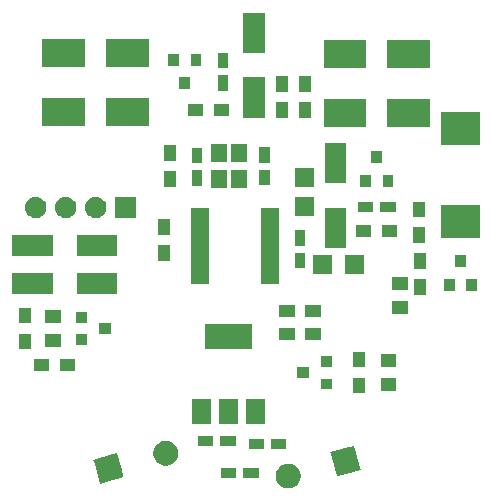
<source format=gbr>
G04 #@! TF.GenerationSoftware,KiCad,Pcbnew,(5.0.1)*
G04 #@! TF.CreationDate,2019-02-02T12:52:51+09:00*
G04 #@! TF.ProjectId,center,63656E7465722E6B696361645F706362,rev?*
G04 #@! TF.SameCoordinates,Original*
G04 #@! TF.FileFunction,Soldermask,Top*
G04 #@! TF.FilePolarity,Negative*
%FSLAX46Y46*%
G04 Gerber Fmt 4.6, Leading zero omitted, Abs format (unit mm)*
G04 Created by KiCad (PCBNEW (5.0.1)) date Sat Feb  2 12:52:51 2019*
%MOMM*%
%LPD*%
G01*
G04 APERTURE LIST*
%ADD10C,0.100000*%
G04 APERTURE END LIST*
D10*
G36*
X104826936Y-118483484D02*
X105018205Y-118562710D01*
X105190347Y-118677732D01*
X105336734Y-118824119D01*
X105451756Y-118996261D01*
X105530982Y-119187530D01*
X105571371Y-119390579D01*
X105571371Y-119597611D01*
X105530982Y-119800660D01*
X105451756Y-119991929D01*
X105336734Y-120164071D01*
X105190347Y-120310458D01*
X105018205Y-120425480D01*
X104826936Y-120504706D01*
X104623887Y-120545095D01*
X104416855Y-120545095D01*
X104213806Y-120504706D01*
X104022537Y-120425480D01*
X103850395Y-120310458D01*
X103704008Y-120164071D01*
X103588986Y-119991929D01*
X103509760Y-119800660D01*
X103469371Y-119597611D01*
X103469371Y-119390579D01*
X103509760Y-119187530D01*
X103588986Y-118996261D01*
X103704008Y-118824119D01*
X103850395Y-118677732D01*
X104022537Y-118562710D01*
X104213806Y-118483484D01*
X104416855Y-118443095D01*
X104623887Y-118443095D01*
X104826936Y-118483484D01*
X104826936Y-118483484D01*
G37*
G36*
X90413040Y-118943169D02*
X90558815Y-119487207D01*
X90587207Y-119593170D01*
X89099012Y-119991930D01*
X88556831Y-120137207D01*
X88556830Y-120137207D01*
X88114737Y-118487290D01*
X88012793Y-118106831D01*
X88012793Y-118106830D01*
X89682556Y-117659419D01*
X90043169Y-117562793D01*
X90043170Y-117562793D01*
X90413040Y-118943169D01*
X90413040Y-118943169D01*
G37*
G36*
X100101000Y-119626000D02*
X98799000Y-119626000D01*
X98799000Y-118774000D01*
X100101000Y-118774000D01*
X100101000Y-119626000D01*
X100101000Y-119626000D01*
G37*
G36*
X102001000Y-119626000D02*
X100699000Y-119626000D01*
X100699000Y-118774000D01*
X102001000Y-118774000D01*
X102001000Y-119626000D01*
X102001000Y-119626000D01*
G37*
G36*
X110514035Y-118483484D02*
X110605308Y-118824119D01*
X110637207Y-118943170D01*
X109035899Y-119372238D01*
X108606831Y-119487207D01*
X108606830Y-119487207D01*
X108117076Y-117659419D01*
X108062793Y-117456831D01*
X108062793Y-117456830D01*
X109664101Y-117027762D01*
X110093169Y-116912793D01*
X110093170Y-116912793D01*
X110514035Y-118483484D01*
X110514035Y-118483484D01*
G37*
G36*
X94436194Y-116545294D02*
X94627463Y-116624520D01*
X94799605Y-116739542D01*
X94945992Y-116885929D01*
X95061014Y-117058071D01*
X95140240Y-117249340D01*
X95180629Y-117452389D01*
X95180629Y-117659421D01*
X95140240Y-117862470D01*
X95061014Y-118053739D01*
X94945992Y-118225881D01*
X94799605Y-118372268D01*
X94627463Y-118487290D01*
X94436194Y-118566516D01*
X94233145Y-118606905D01*
X94026113Y-118606905D01*
X93823064Y-118566516D01*
X93631795Y-118487290D01*
X93459653Y-118372268D01*
X93313266Y-118225881D01*
X93198244Y-118053739D01*
X93119018Y-117862470D01*
X93078629Y-117659421D01*
X93078629Y-117452389D01*
X93119018Y-117249340D01*
X93198244Y-117058071D01*
X93313266Y-116885929D01*
X93459653Y-116739542D01*
X93631795Y-116624520D01*
X93823064Y-116545294D01*
X94026113Y-116504905D01*
X94233145Y-116504905D01*
X94436194Y-116545294D01*
X94436194Y-116545294D01*
G37*
G36*
X104351000Y-117176000D02*
X103049000Y-117176000D01*
X103049000Y-116324000D01*
X104351000Y-116324000D01*
X104351000Y-117176000D01*
X104351000Y-117176000D01*
G37*
G36*
X102451000Y-117176000D02*
X101149000Y-117176000D01*
X101149000Y-116324000D01*
X102451000Y-116324000D01*
X102451000Y-117176000D01*
X102451000Y-117176000D01*
G37*
G36*
X98151000Y-116926000D02*
X96849000Y-116926000D01*
X96849000Y-116074000D01*
X98151000Y-116074000D01*
X98151000Y-116926000D01*
X98151000Y-116926000D01*
G37*
G36*
X100051000Y-116926000D02*
X98749000Y-116926000D01*
X98749000Y-116074000D01*
X100051000Y-116074000D01*
X100051000Y-116926000D01*
X100051000Y-116926000D01*
G37*
G36*
X102551000Y-115051000D02*
X100949000Y-115051000D01*
X100949000Y-112949000D01*
X102551000Y-112949000D01*
X102551000Y-115051000D01*
X102551000Y-115051000D01*
G37*
G36*
X97951000Y-115051000D02*
X96349000Y-115051000D01*
X96349000Y-112949000D01*
X97951000Y-112949000D01*
X97951000Y-115051000D01*
X97951000Y-115051000D01*
G37*
G36*
X100251000Y-115051000D02*
X98649000Y-115051000D01*
X98649000Y-112949000D01*
X100251000Y-112949000D01*
X100251000Y-115051000D01*
X100251000Y-115051000D01*
G37*
G36*
X111001000Y-112501000D02*
X109999000Y-112501000D01*
X109999000Y-111199000D01*
X111001000Y-111199000D01*
X111001000Y-112501000D01*
X111001000Y-112501000D01*
G37*
G36*
X113676000Y-112301000D02*
X112324000Y-112301000D01*
X112324000Y-111199000D01*
X113676000Y-111199000D01*
X113676000Y-112301000D01*
X113676000Y-112301000D01*
G37*
G36*
X108251000Y-112151000D02*
X107249000Y-112151000D01*
X107249000Y-111249000D01*
X108251000Y-111249000D01*
X108251000Y-112151000D01*
X108251000Y-112151000D01*
G37*
G36*
X106251000Y-111201000D02*
X105249000Y-111201000D01*
X105249000Y-110299000D01*
X106251000Y-110299000D01*
X106251000Y-111201000D01*
X106251000Y-111201000D01*
G37*
G36*
X84251000Y-110601000D02*
X82949000Y-110601000D01*
X82949000Y-109599000D01*
X84251000Y-109599000D01*
X84251000Y-110601000D01*
X84251000Y-110601000D01*
G37*
G36*
X86451000Y-110601000D02*
X85149000Y-110601000D01*
X85149000Y-109599000D01*
X86451000Y-109599000D01*
X86451000Y-110601000D01*
X86451000Y-110601000D01*
G37*
G36*
X111001000Y-110301000D02*
X109999000Y-110301000D01*
X109999000Y-108999000D01*
X111001000Y-108999000D01*
X111001000Y-110301000D01*
X111001000Y-110301000D01*
G37*
G36*
X113676000Y-110301000D02*
X112324000Y-110301000D01*
X112324000Y-109199000D01*
X113676000Y-109199000D01*
X113676000Y-110301000D01*
X113676000Y-110301000D01*
G37*
G36*
X108251000Y-110251000D02*
X107249000Y-110251000D01*
X107249000Y-109349000D01*
X108251000Y-109349000D01*
X108251000Y-110251000D01*
X108251000Y-110251000D01*
G37*
G36*
X101401000Y-108751000D02*
X97499000Y-108751000D01*
X97499000Y-106649000D01*
X101401000Y-106649000D01*
X101401000Y-108751000D01*
X101401000Y-108751000D01*
G37*
G36*
X82701000Y-108751000D02*
X81699000Y-108751000D01*
X81699000Y-107449000D01*
X82701000Y-107449000D01*
X82701000Y-108751000D01*
X82701000Y-108751000D01*
G37*
G36*
X85276000Y-108551000D02*
X83924000Y-108551000D01*
X83924000Y-107449000D01*
X85276000Y-107449000D01*
X85276000Y-108551000D01*
X85276000Y-108551000D01*
G37*
G36*
X87501000Y-108401000D02*
X86499000Y-108401000D01*
X86499000Y-107499000D01*
X87501000Y-107499000D01*
X87501000Y-108401000D01*
X87501000Y-108401000D01*
G37*
G36*
X105051000Y-108001000D02*
X103749000Y-108001000D01*
X103749000Y-106999000D01*
X105051000Y-106999000D01*
X105051000Y-108001000D01*
X105051000Y-108001000D01*
G37*
G36*
X107251000Y-108001000D02*
X105949000Y-108001000D01*
X105949000Y-106999000D01*
X107251000Y-106999000D01*
X107251000Y-108001000D01*
X107251000Y-108001000D01*
G37*
G36*
X89501000Y-107451000D02*
X88499000Y-107451000D01*
X88499000Y-106549000D01*
X89501000Y-106549000D01*
X89501000Y-107451000D01*
X89501000Y-107451000D01*
G37*
G36*
X85276000Y-106551000D02*
X83924000Y-106551000D01*
X83924000Y-105449000D01*
X85276000Y-105449000D01*
X85276000Y-106551000D01*
X85276000Y-106551000D01*
G37*
G36*
X82701000Y-106551000D02*
X81699000Y-106551000D01*
X81699000Y-105249000D01*
X82701000Y-105249000D01*
X82701000Y-106551000D01*
X82701000Y-106551000D01*
G37*
G36*
X87501000Y-106501000D02*
X86499000Y-106501000D01*
X86499000Y-105599000D01*
X87501000Y-105599000D01*
X87501000Y-106501000D01*
X87501000Y-106501000D01*
G37*
G36*
X105051000Y-106001000D02*
X103749000Y-106001000D01*
X103749000Y-104999000D01*
X105051000Y-104999000D01*
X105051000Y-106001000D01*
X105051000Y-106001000D01*
G37*
G36*
X107251000Y-106001000D02*
X105949000Y-106001000D01*
X105949000Y-104999000D01*
X107251000Y-104999000D01*
X107251000Y-106001000D01*
X107251000Y-106001000D01*
G37*
G36*
X114676000Y-105751000D02*
X113324000Y-105751000D01*
X113324000Y-104649000D01*
X114676000Y-104649000D01*
X114676000Y-105751000D01*
X114676000Y-105751000D01*
G37*
G36*
X116201000Y-104151000D02*
X115199000Y-104151000D01*
X115199000Y-102849000D01*
X116201000Y-102849000D01*
X116201000Y-104151000D01*
X116201000Y-104151000D01*
G37*
G36*
X90051000Y-104101000D02*
X86649000Y-104101000D01*
X86649000Y-102299000D01*
X90051000Y-102299000D01*
X90051000Y-104101000D01*
X90051000Y-104101000D01*
G37*
G36*
X84551000Y-104101000D02*
X81149000Y-104101000D01*
X81149000Y-102299000D01*
X84551000Y-102299000D01*
X84551000Y-104101000D01*
X84551000Y-104101000D01*
G37*
G36*
X118601000Y-103801000D02*
X117699000Y-103801000D01*
X117699000Y-102799000D01*
X118601000Y-102799000D01*
X118601000Y-103801000D01*
X118601000Y-103801000D01*
G37*
G36*
X120501000Y-103801000D02*
X119599000Y-103801000D01*
X119599000Y-102799000D01*
X120501000Y-102799000D01*
X120501000Y-103801000D01*
X120501000Y-103801000D01*
G37*
G36*
X114676000Y-103751000D02*
X113324000Y-103751000D01*
X113324000Y-102649000D01*
X114676000Y-102649000D01*
X114676000Y-103751000D01*
X114676000Y-103751000D01*
G37*
G36*
X97826000Y-103201000D02*
X96274000Y-103201000D01*
X96274000Y-96799000D01*
X97826000Y-96799000D01*
X97826000Y-103201000D01*
X97826000Y-103201000D01*
G37*
G36*
X103726000Y-103201000D02*
X102174000Y-103201000D01*
X102174000Y-96799000D01*
X103726000Y-96799000D01*
X103726000Y-103201000D01*
X103726000Y-103201000D01*
G37*
G36*
X108201000Y-102401000D02*
X106599000Y-102401000D01*
X106599000Y-100799000D01*
X108201000Y-100799000D01*
X108201000Y-102401000D01*
X108201000Y-102401000D01*
G37*
G36*
X110901000Y-102401000D02*
X109299000Y-102401000D01*
X109299000Y-100799000D01*
X110901000Y-100799000D01*
X110901000Y-102401000D01*
X110901000Y-102401000D01*
G37*
G36*
X116201000Y-101951000D02*
X115199000Y-101951000D01*
X115199000Y-100649000D01*
X116201000Y-100649000D01*
X116201000Y-101951000D01*
X116201000Y-101951000D01*
G37*
G36*
X105926000Y-101901000D02*
X105074000Y-101901000D01*
X105074000Y-100599000D01*
X105926000Y-100599000D01*
X105926000Y-101901000D01*
X105926000Y-101901000D01*
G37*
G36*
X119551000Y-101801000D02*
X118649000Y-101801000D01*
X118649000Y-100799000D01*
X119551000Y-100799000D01*
X119551000Y-101801000D01*
X119551000Y-101801000D01*
G37*
G36*
X94501000Y-101251000D02*
X93499000Y-101251000D01*
X93499000Y-99949000D01*
X94501000Y-99949000D01*
X94501000Y-101251000D01*
X94501000Y-101251000D01*
G37*
G36*
X90051000Y-100901000D02*
X86649000Y-100901000D01*
X86649000Y-99099000D01*
X90051000Y-99099000D01*
X90051000Y-100901000D01*
X90051000Y-100901000D01*
G37*
G36*
X84551000Y-100901000D02*
X81149000Y-100901000D01*
X81149000Y-99099000D01*
X84551000Y-99099000D01*
X84551000Y-100901000D01*
X84551000Y-100901000D01*
G37*
G36*
X109401000Y-100201000D02*
X107599000Y-100201000D01*
X107599000Y-96799000D01*
X109401000Y-96799000D01*
X109401000Y-100201000D01*
X109401000Y-100201000D01*
G37*
G36*
X105926000Y-100001000D02*
X105074000Y-100001000D01*
X105074000Y-98699000D01*
X105926000Y-98699000D01*
X105926000Y-100001000D01*
X105926000Y-100001000D01*
G37*
G36*
X116101000Y-99751000D02*
X115099000Y-99751000D01*
X115099000Y-98449000D01*
X116101000Y-98449000D01*
X116101000Y-99751000D01*
X116101000Y-99751000D01*
G37*
G36*
X120751000Y-99351000D02*
X117449000Y-99351000D01*
X117449000Y-96549000D01*
X120751000Y-96549000D01*
X120751000Y-99351000D01*
X120751000Y-99351000D01*
G37*
G36*
X113751000Y-99251000D02*
X112449000Y-99251000D01*
X112449000Y-98249000D01*
X113751000Y-98249000D01*
X113751000Y-99251000D01*
X113751000Y-99251000D01*
G37*
G36*
X111551000Y-99251000D02*
X110249000Y-99251000D01*
X110249000Y-98249000D01*
X111551000Y-98249000D01*
X111551000Y-99251000D01*
X111551000Y-99251000D01*
G37*
G36*
X94501000Y-99051000D02*
X93499000Y-99051000D01*
X93499000Y-97749000D01*
X94501000Y-97749000D01*
X94501000Y-99051000D01*
X94501000Y-99051000D01*
G37*
G36*
X91651000Y-97651000D02*
X89849000Y-97651000D01*
X89849000Y-95849000D01*
X91651000Y-95849000D01*
X91651000Y-97651000D01*
X91651000Y-97651000D01*
G37*
G36*
X88320443Y-95855519D02*
X88386627Y-95862037D01*
X88499853Y-95896384D01*
X88556467Y-95913557D01*
X88695087Y-95987652D01*
X88712991Y-95997222D01*
X88748729Y-96026552D01*
X88850186Y-96109814D01*
X88933448Y-96211271D01*
X88962778Y-96247009D01*
X88962779Y-96247011D01*
X89046443Y-96403533D01*
X89046443Y-96403534D01*
X89097963Y-96573373D01*
X89115359Y-96750000D01*
X89097963Y-96926627D01*
X89063616Y-97039853D01*
X89046443Y-97096467D01*
X89003931Y-97176000D01*
X88962778Y-97252991D01*
X88933448Y-97288729D01*
X88850186Y-97390186D01*
X88748729Y-97473448D01*
X88712991Y-97502778D01*
X88712989Y-97502779D01*
X88556467Y-97586443D01*
X88499853Y-97603616D01*
X88386627Y-97637963D01*
X88320442Y-97644482D01*
X88254260Y-97651000D01*
X88165740Y-97651000D01*
X88099558Y-97644482D01*
X88033373Y-97637963D01*
X87920147Y-97603616D01*
X87863533Y-97586443D01*
X87707011Y-97502779D01*
X87707009Y-97502778D01*
X87671271Y-97473448D01*
X87569814Y-97390186D01*
X87486552Y-97288729D01*
X87457222Y-97252991D01*
X87416069Y-97176000D01*
X87373557Y-97096467D01*
X87356384Y-97039853D01*
X87322037Y-96926627D01*
X87304641Y-96750000D01*
X87322037Y-96573373D01*
X87373557Y-96403534D01*
X87373557Y-96403533D01*
X87457221Y-96247011D01*
X87457222Y-96247009D01*
X87486552Y-96211271D01*
X87569814Y-96109814D01*
X87671271Y-96026552D01*
X87707009Y-95997222D01*
X87724913Y-95987652D01*
X87863533Y-95913557D01*
X87920147Y-95896384D01*
X88033373Y-95862037D01*
X88099557Y-95855519D01*
X88165740Y-95849000D01*
X88254260Y-95849000D01*
X88320443Y-95855519D01*
X88320443Y-95855519D01*
G37*
G36*
X85780444Y-95855519D02*
X85846628Y-95862037D01*
X85959854Y-95896384D01*
X86016468Y-95913557D01*
X86155088Y-95987652D01*
X86172992Y-95997222D01*
X86208730Y-96026552D01*
X86310187Y-96109814D01*
X86393449Y-96211271D01*
X86422779Y-96247009D01*
X86422780Y-96247011D01*
X86506444Y-96403533D01*
X86506444Y-96403534D01*
X86557964Y-96573373D01*
X86575360Y-96750000D01*
X86557964Y-96926627D01*
X86523617Y-97039853D01*
X86506444Y-97096467D01*
X86463932Y-97176000D01*
X86422779Y-97252991D01*
X86393449Y-97288729D01*
X86310187Y-97390186D01*
X86208730Y-97473448D01*
X86172992Y-97502778D01*
X86172990Y-97502779D01*
X86016468Y-97586443D01*
X85959854Y-97603616D01*
X85846628Y-97637963D01*
X85780443Y-97644482D01*
X85714261Y-97651000D01*
X85625741Y-97651000D01*
X85559559Y-97644482D01*
X85493374Y-97637963D01*
X85380148Y-97603616D01*
X85323534Y-97586443D01*
X85167012Y-97502779D01*
X85167010Y-97502778D01*
X85131272Y-97473448D01*
X85029815Y-97390186D01*
X84946553Y-97288729D01*
X84917223Y-97252991D01*
X84876070Y-97176000D01*
X84833558Y-97096467D01*
X84816385Y-97039853D01*
X84782038Y-96926627D01*
X84764642Y-96750000D01*
X84782038Y-96573373D01*
X84833558Y-96403534D01*
X84833558Y-96403533D01*
X84917222Y-96247011D01*
X84917223Y-96247009D01*
X84946553Y-96211271D01*
X85029815Y-96109814D01*
X85131272Y-96026552D01*
X85167010Y-95997222D01*
X85184914Y-95987652D01*
X85323534Y-95913557D01*
X85380148Y-95896384D01*
X85493374Y-95862037D01*
X85559558Y-95855519D01*
X85625741Y-95849000D01*
X85714261Y-95849000D01*
X85780444Y-95855519D01*
X85780444Y-95855519D01*
G37*
G36*
X83240443Y-95855519D02*
X83306627Y-95862037D01*
X83419853Y-95896384D01*
X83476467Y-95913557D01*
X83615087Y-95987652D01*
X83632991Y-95997222D01*
X83668729Y-96026552D01*
X83770186Y-96109814D01*
X83853448Y-96211271D01*
X83882778Y-96247009D01*
X83882779Y-96247011D01*
X83966443Y-96403533D01*
X83966443Y-96403534D01*
X84017963Y-96573373D01*
X84035359Y-96750000D01*
X84017963Y-96926627D01*
X83983616Y-97039853D01*
X83966443Y-97096467D01*
X83923931Y-97176000D01*
X83882778Y-97252991D01*
X83853448Y-97288729D01*
X83770186Y-97390186D01*
X83668729Y-97473448D01*
X83632991Y-97502778D01*
X83632989Y-97502779D01*
X83476467Y-97586443D01*
X83419853Y-97603616D01*
X83306627Y-97637963D01*
X83240442Y-97644482D01*
X83174260Y-97651000D01*
X83085740Y-97651000D01*
X83019558Y-97644482D01*
X82953373Y-97637963D01*
X82840147Y-97603616D01*
X82783533Y-97586443D01*
X82627011Y-97502779D01*
X82627009Y-97502778D01*
X82591271Y-97473448D01*
X82489814Y-97390186D01*
X82406552Y-97288729D01*
X82377222Y-97252991D01*
X82336069Y-97176000D01*
X82293557Y-97096467D01*
X82276384Y-97039853D01*
X82242037Y-96926627D01*
X82224641Y-96750000D01*
X82242037Y-96573373D01*
X82293557Y-96403534D01*
X82293557Y-96403533D01*
X82377221Y-96247011D01*
X82377222Y-96247009D01*
X82406552Y-96211271D01*
X82489814Y-96109814D01*
X82591271Y-96026552D01*
X82627009Y-95997222D01*
X82644913Y-95987652D01*
X82783533Y-95913557D01*
X82840147Y-95896384D01*
X82953373Y-95862037D01*
X83019557Y-95855519D01*
X83085740Y-95849000D01*
X83174260Y-95849000D01*
X83240443Y-95855519D01*
X83240443Y-95855519D01*
G37*
G36*
X116101000Y-97551000D02*
X115099000Y-97551000D01*
X115099000Y-96249000D01*
X116101000Y-96249000D01*
X116101000Y-97551000D01*
X116101000Y-97551000D01*
G37*
G36*
X106701000Y-97501000D02*
X105099000Y-97501000D01*
X105099000Y-95899000D01*
X106701000Y-95899000D01*
X106701000Y-97501000D01*
X106701000Y-97501000D01*
G37*
G36*
X113601000Y-97176000D02*
X112299000Y-97176000D01*
X112299000Y-96324000D01*
X113601000Y-96324000D01*
X113601000Y-97176000D01*
X113601000Y-97176000D01*
G37*
G36*
X111701000Y-97176000D02*
X110399000Y-97176000D01*
X110399000Y-96324000D01*
X111701000Y-96324000D01*
X111701000Y-97176000D01*
X111701000Y-97176000D01*
G37*
G36*
X99301000Y-95101000D02*
X97999000Y-95101000D01*
X97999000Y-93599000D01*
X99301000Y-93599000D01*
X99301000Y-95101000D01*
X99301000Y-95101000D01*
G37*
G36*
X101001000Y-95101000D02*
X99699000Y-95101000D01*
X99699000Y-93599000D01*
X101001000Y-93599000D01*
X101001000Y-95101000D01*
X101001000Y-95101000D01*
G37*
G36*
X95001000Y-95001000D02*
X93999000Y-95001000D01*
X93999000Y-93699000D01*
X95001000Y-93699000D01*
X95001000Y-95001000D01*
X95001000Y-95001000D01*
G37*
G36*
X106701000Y-95001000D02*
X105099000Y-95001000D01*
X105099000Y-93399000D01*
X106701000Y-93399000D01*
X106701000Y-95001000D01*
X106701000Y-95001000D01*
G37*
G36*
X111501000Y-95001000D02*
X110599000Y-95001000D01*
X110599000Y-93999000D01*
X111501000Y-93999000D01*
X111501000Y-95001000D01*
X111501000Y-95001000D01*
G37*
G36*
X113401000Y-95001000D02*
X112499000Y-95001000D01*
X112499000Y-93999000D01*
X113401000Y-93999000D01*
X113401000Y-95001000D01*
X113401000Y-95001000D01*
G37*
G36*
X97176000Y-94901000D02*
X96324000Y-94901000D01*
X96324000Y-93599000D01*
X97176000Y-93599000D01*
X97176000Y-94901000D01*
X97176000Y-94901000D01*
G37*
G36*
X102926000Y-94851000D02*
X102074000Y-94851000D01*
X102074000Y-93549000D01*
X102926000Y-93549000D01*
X102926000Y-94851000D01*
X102926000Y-94851000D01*
G37*
G36*
X109401000Y-94701000D02*
X107599000Y-94701000D01*
X107599000Y-91299000D01*
X109401000Y-91299000D01*
X109401000Y-94701000D01*
X109401000Y-94701000D01*
G37*
G36*
X97176000Y-93001000D02*
X96324000Y-93001000D01*
X96324000Y-91699000D01*
X97176000Y-91699000D01*
X97176000Y-93001000D01*
X97176000Y-93001000D01*
G37*
G36*
X112451000Y-93001000D02*
X111549000Y-93001000D01*
X111549000Y-91999000D01*
X112451000Y-91999000D01*
X112451000Y-93001000D01*
X112451000Y-93001000D01*
G37*
G36*
X102926000Y-92951000D02*
X102074000Y-92951000D01*
X102074000Y-91649000D01*
X102926000Y-91649000D01*
X102926000Y-92951000D01*
X102926000Y-92951000D01*
G37*
G36*
X101001000Y-92901000D02*
X99699000Y-92901000D01*
X99699000Y-91399000D01*
X101001000Y-91399000D01*
X101001000Y-92901000D01*
X101001000Y-92901000D01*
G37*
G36*
X99301000Y-92901000D02*
X97999000Y-92901000D01*
X97999000Y-91399000D01*
X99301000Y-91399000D01*
X99301000Y-92901000D01*
X99301000Y-92901000D01*
G37*
G36*
X95001000Y-92801000D02*
X93999000Y-92801000D01*
X93999000Y-91499000D01*
X95001000Y-91499000D01*
X95001000Y-92801000D01*
X95001000Y-92801000D01*
G37*
G36*
X120751000Y-91451000D02*
X117449000Y-91451000D01*
X117449000Y-88649000D01*
X120751000Y-88649000D01*
X120751000Y-91451000D01*
X120751000Y-91451000D01*
G37*
G36*
X111101000Y-89951000D02*
X107499000Y-89951000D01*
X107499000Y-87549000D01*
X111101000Y-87549000D01*
X111101000Y-89951000D01*
X111101000Y-89951000D01*
G37*
G36*
X116501000Y-89951000D02*
X112899000Y-89951000D01*
X112899000Y-87549000D01*
X116501000Y-87549000D01*
X116501000Y-89951000D01*
X116501000Y-89951000D01*
G37*
G36*
X92679544Y-89863480D02*
X89077544Y-89863480D01*
X89077544Y-87461480D01*
X92679544Y-87461480D01*
X92679544Y-89863480D01*
X92679544Y-89863480D01*
G37*
G36*
X87279544Y-89863480D02*
X83677544Y-89863480D01*
X83677544Y-87461480D01*
X87279544Y-87461480D01*
X87279544Y-89863480D01*
X87279544Y-89863480D01*
G37*
G36*
X106451000Y-89151000D02*
X105449000Y-89151000D01*
X105449000Y-87849000D01*
X106451000Y-87849000D01*
X106451000Y-89151000D01*
X106451000Y-89151000D01*
G37*
G36*
X104451000Y-89151000D02*
X103449000Y-89151000D01*
X103449000Y-87849000D01*
X104451000Y-87849000D01*
X104451000Y-89151000D01*
X104451000Y-89151000D01*
G37*
G36*
X102501000Y-89151000D02*
X100699000Y-89151000D01*
X100699000Y-85749000D01*
X102501000Y-85749000D01*
X102501000Y-89151000D01*
X102501000Y-89151000D01*
G37*
G36*
X97301000Y-89001000D02*
X95999000Y-89001000D01*
X95999000Y-87999000D01*
X97301000Y-87999000D01*
X97301000Y-89001000D01*
X97301000Y-89001000D01*
G37*
G36*
X99501000Y-89001000D02*
X98199000Y-89001000D01*
X98199000Y-87999000D01*
X99501000Y-87999000D01*
X99501000Y-89001000D01*
X99501000Y-89001000D01*
G37*
G36*
X104451000Y-86951000D02*
X103449000Y-86951000D01*
X103449000Y-85649000D01*
X104451000Y-85649000D01*
X104451000Y-86951000D01*
X104451000Y-86951000D01*
G37*
G36*
X106451000Y-86951000D02*
X105449000Y-86951000D01*
X105449000Y-85649000D01*
X106451000Y-85649000D01*
X106451000Y-86951000D01*
X106451000Y-86951000D01*
G37*
G36*
X99426000Y-86851000D02*
X98574000Y-86851000D01*
X98574000Y-85549000D01*
X99426000Y-85549000D01*
X99426000Y-86851000D01*
X99426000Y-86851000D01*
G37*
G36*
X96201000Y-86751000D02*
X95299000Y-86751000D01*
X95299000Y-85749000D01*
X96201000Y-85749000D01*
X96201000Y-86751000D01*
X96201000Y-86751000D01*
G37*
G36*
X116501000Y-84951000D02*
X112899000Y-84951000D01*
X112899000Y-82549000D01*
X116501000Y-82549000D01*
X116501000Y-84951000D01*
X116501000Y-84951000D01*
G37*
G36*
X99426000Y-84951000D02*
X98574000Y-84951000D01*
X98574000Y-83649000D01*
X99426000Y-83649000D01*
X99426000Y-84951000D01*
X99426000Y-84951000D01*
G37*
G36*
X111101000Y-84951000D02*
X107499000Y-84951000D01*
X107499000Y-82549000D01*
X111101000Y-82549000D01*
X111101000Y-84951000D01*
X111101000Y-84951000D01*
G37*
G36*
X87279544Y-84863480D02*
X83677544Y-84863480D01*
X83677544Y-82461480D01*
X87279544Y-82461480D01*
X87279544Y-84863480D01*
X87279544Y-84863480D01*
G37*
G36*
X92679544Y-84863480D02*
X89077544Y-84863480D01*
X89077544Y-82461480D01*
X92679544Y-82461480D01*
X92679544Y-84863480D01*
X92679544Y-84863480D01*
G37*
G36*
X95251000Y-84751000D02*
X94349000Y-84751000D01*
X94349000Y-83749000D01*
X95251000Y-83749000D01*
X95251000Y-84751000D01*
X95251000Y-84751000D01*
G37*
G36*
X97151000Y-84751000D02*
X96249000Y-84751000D01*
X96249000Y-83749000D01*
X97151000Y-83749000D01*
X97151000Y-84751000D01*
X97151000Y-84751000D01*
G37*
G36*
X102501000Y-83651000D02*
X100699000Y-83651000D01*
X100699000Y-80249000D01*
X102501000Y-80249000D01*
X102501000Y-83651000D01*
X102501000Y-83651000D01*
G37*
M02*

</source>
